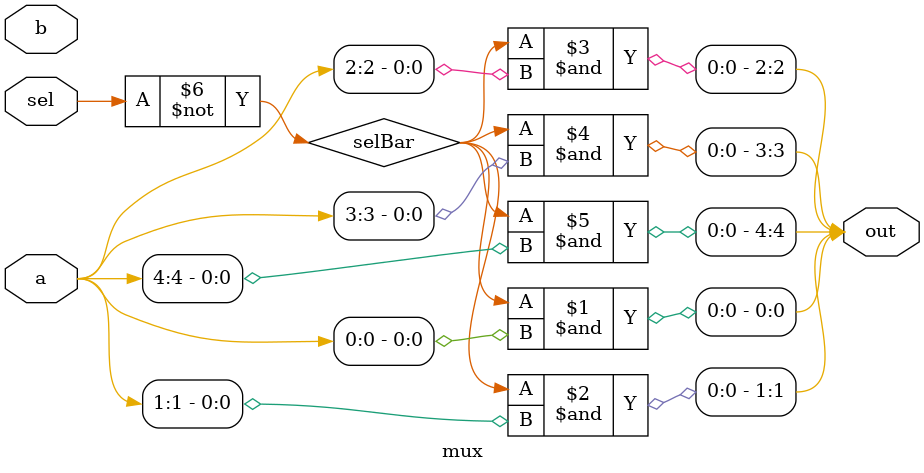
<source format=v>
module mux( 
input [4:0] a, b,
input sel,
output [4:0] out );
// When sel=0, assign a to out. 
// When sel=1, assign b to out.
wire selBar; 
not nt (selBar, sel);
and a1 (out[0], selBar, a[0]);
and a2 (out[1], selBar, a[1]);
and a3 (out[2], selBar, a[2]);
and a4 (out[3], selBar, a[3]);
and a5 (out[4], selBar, a[4]);
endmodule

</source>
